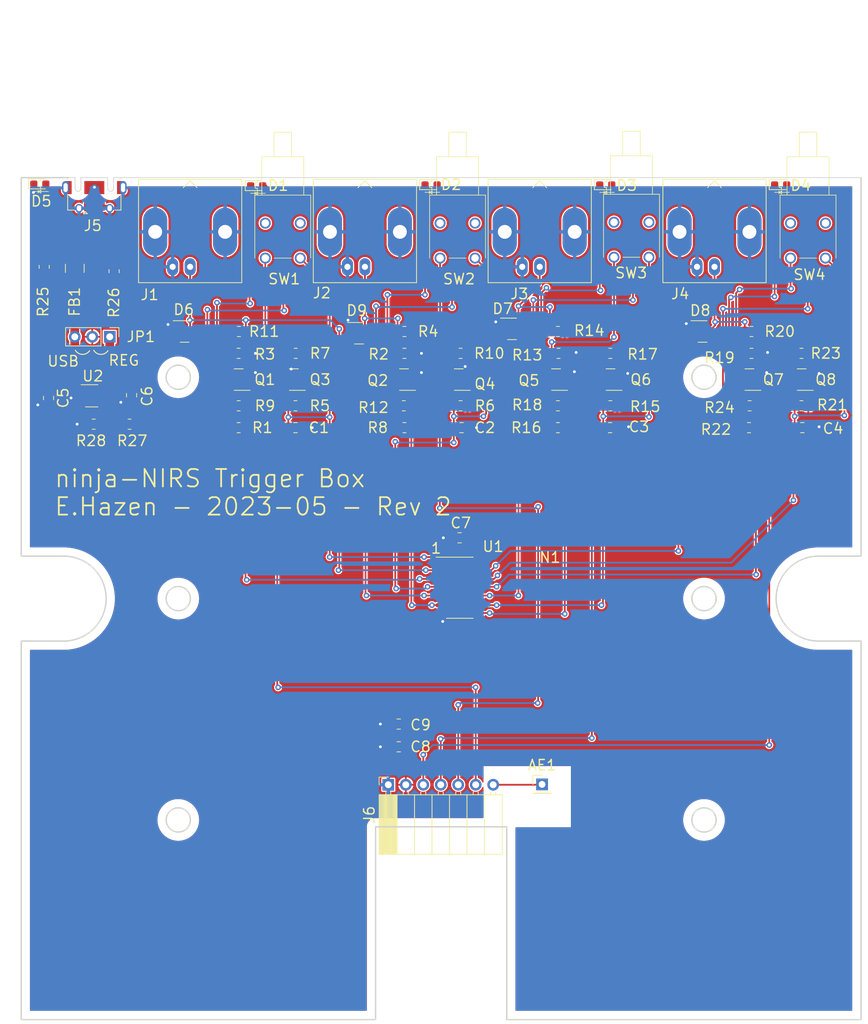
<source format=kicad_pcb>
(kicad_pcb (version 20221018) (generator pcbnew)
  (layers (0 "F.Cu" signal) (31 "B.Cu" signal) (34 "B.Paste" user) (35 "F.Paste" user) (36 "B.SilkS" user "B.Silkscreen") (37 "F.SilkS" user "F.Silkscreen") (38 "B.Mask" user) (39 "F.Mask" user) (44 "Edge.Cuts" user))
  (net 0 "")
  (net 1 "Net-(AE1-A)")
  (net 2 "Net-(C1-Pad1)")
  (net 3 "GND")
  (net 4 "Net-(C2-Pad1)")
  (net 5 "Net-(C3-Pad1)")
  (net 6 "Net-(C4-Pad1)")
  (net 7 "+5V")
  (net 8 "Net-(D1-K)")
  (net 9 "Net-(D1-A)")
  (net 10 "Net-(D2-K)")
  (net 11 "Net-(D2-A)")
  (net 12 "Net-(D3-K)")
  (net 13 "Net-(D3-A)")
  (net 14 "Net-(D4-K)")
  (net 15 "Net-(D4-A)")
  (net 16 "Net-(D5-A)")
  (net 17 "Net-(J5-VBUS)")
  (net 18 "Net-(J1-In)")
  (net 19 "Net-(J2-In)")
  (net 20 "Net-(J3-In)")
  (net 21 "Net-(J4-In)")
  (net 22 "Net-(J5-D-)")
  (net 23 "Net-(J5-D+)")
  (net 25 "/TX1")
  (net 26 "/TX2")
  (net 27 "/TX3")
  (net 28 "/TX4")
  (net 29 "Net-(Q1-B)")
  (net 30 "Net-(Q2-B)")
  (net 31 "Net-(Q3-B)")
  (net 32 "Net-(Q4-B)")
  (net 33 "Net-(Q5-B)")
  (net 34 "Net-(Q6-B)")
  (net 35 "Net-(Q7-B)")
  (net 36 "Net-(Q8-B)")
  (net 37 "Net-(R1-Pad1)")
  (net 38 "Net-(R2-Pad1)")
  (net 39 "Net-(R3-Pad1)")
  (net 40 "Net-(R13-Pad1)")
  (net 41 "Net-(R16-Pad1)")
  (net 42 "Net-(JP1-B)")
  (net 43 "Net-(JP1-A)")
  (net 44 "Net-(U2-ADJ)")
  (net 45 "Net-(R10-Pad1)")
  (net 46 "Net-(R19-Pad1)")
  (net 47 "Net-(R22-Pad1)")
  (footprint "Resistor_SMD:R_0805_2012Metric_Pad1.20x1.40mm_HandSolder" (layer "F.Cu") (at 30.393 55.3788 90)
    (fp_text reference "R25")
    (fp_text value "1k")
  )
  (footprint "E-Switch-800:800SP9B6M6RE" (layer "F.Cu") (at 65.064 51.5688)
    (fp_text reference "SW1")
    (fp_text value "SW_Push")
  )
  (footprint "Resistor_SMD:R_0805_2012Metric_Pad1.20x1.40mm_HandSolder" (layer "F.Cu") (at 140.435 75.565)
    (fp_text reference "R21")
    (fp_text value "10k")
  )
  (footprint "Resistor_SMD:R_0805_2012Metric_Pad1.20x1.40mm_HandSolder" (layer "F.Cu") (at 58.6525 78.74 180)
    (fp_text reference "R1")
    (fp_text value "10.0k 1%")
  )
  (footprint "Resistor_SMD:R_0805_2012Metric_Pad1.20x1.40mm_HandSolder" (layer "F.Cu") (at 82.745 78.74 180)
    (fp_text reference "R8")
    (fp_text value "10.0k 1%")
  )
  (footprint "Connector_PinSocket_2.54mm:PinSocket_1x07_P2.54mm_Horizontal" (layer "F.Cu") (at 80.401 130.6078 90)
    (fp_text reference "J6")
    (fp_text value "Conn_01x07")
  )
  (footprint "Resistor_SMD:R_0805_2012Metric_Pad1.20x1.40mm_HandSolder" (layer "F.Cu") (at 112.665 75.565)
    (fp_text reference "R15")
    (fp_text value "10k")
  )
  (footprint "Capacitor_SMD:C_0805_2012Metric_Pad1.18x1.45mm_HandSolder" (layer "F.Cu") (at 66.9075 78.74)
    (fp_text reference "C1")
    (fp_text value "47nF")
  )
  (footprint "Package_TO_SOT_SMD:SOT-23" (layer "F.Cu") (at 82.6825 71.755 180)
    (fp_text reference "Q2")
    (fp_text value "MMBT3904")
  )
  (footprint "Package_TO_SOT_SMD:SOT-23" (layer "F.Cu") (at 66.675 71.755 180)
    (fp_text reference "Q3")
    (fp_text value "MMBT3904")
  )
  (footprint "Resistor_SMD:R_0805_2012Metric_Pad1.20x1.40mm_HandSolder" (layer "F.Cu") (at 58.6525 67.945)
    (fp_text reference "R3")
    (fp_text value "100")
  )
  (footprint "Resistor_SMD:R_0805_2012Metric_Pad1.20x1.40mm_HandSolder" (layer "F.Cu") (at 90.905 75.565)
    (fp_text reference "R6")
    (fp_text value "10k")
  )
  (footprint "Resistor_SMD:R_0805_2012Metric_Pad1.20x1.40mm_HandSolder" (layer "F.Cu") (at 90.905 67.945)
    (fp_text reference "R10")
    (fp_text value "10.0k 1%")
  )
  (footprint "Molex-USB:USB_Micro-AB_Molex_47590-0001" (layer "F.Cu") (at 37.68 43.869 180)
    (fp_text reference "J5")
    (fp_text value "USB_B_Micro")
    (fp_line (start -3.75 1.45) (end -2.8 1.45) (stroke (width 0.1)) (layer "Edge.Cuts"))
    (fp_line (start -2.8 -0.125) (end -2.8 1.45) (stroke (width 0.1)) (layer "Edge.Cuts"))
    (fp_line (start -1.95 -0.125) (end -1.95 1.45) (stroke (width 0.1)) (layer "Edge.Cuts"))
    (fp_line (start -1.95 1.45) (end 1.95 1.45) (stroke (width 0.1)) (layer "Edge.Cuts"))
    (fp_line (start 1.95 -0.125) (end 1.95 1.45) (stroke (width 0.1)) (layer "Edge.Cuts"))
    (fp_line (start 2.8 -0.125) (end 2.8 1.45) (stroke (width 0.1)) (layer "Edge.Cuts"))
    (fp_line (start 2.8 1.45) (end 3.75 1.45) (stroke (width 0.1)) (layer "Edge.Cuts"))
    (fp_arc (start -2.8 -0.125) (mid -2.375 -0.55) (end -1.95 -0.125) (stroke (width 0.1)) (layer "Edge.Cuts"))
    (fp_arc (start 1.95 -0.125) (mid 2.375 -0.55) (end 2.8 -0.125) (stroke (width 0.1)) (layer "Edge.Cuts"))
  )
  (footprint "Resistor_SMD:R_0805_2012Metric_Pad1.20x1.40mm_HandSolder" (layer "F.Cu") (at 105.045 64.77)
    (fp_text reference "R14")
    (fp_text value "10k")
  )
  (footprint "Package_TO_SOT_SMD:SOT-23" (layer "F.Cu") (at 90.635 71.755 180)
    (fp_text reference "Q4")
    (fp_text value "MMBT3904")
  )
  (footprint "Resistor_SMD:R_0805_2012Metric_Pad1.20x1.40mm_HandSolder" (layer "F.Cu") (at 132.91 75.565 180)
    (fp_text reference "R24")
    (fp_text value "3.3k")
  )
  (footprint "Inductor_SMD:L_1210_3225Metric_Pad1.42x2.65mm_HandSolder" (layer "F.Cu") (at 34.838 55.5963 -90)
    (fp_text reference "FB1")
    (fp_text value "FerriteBead_Small")
  )
  (footprint "Capacitor_SMD:C_0805_2012Metric_Pad1.18x1.45mm_HandSolder" (layer "F.Cu") (at 81.915 121.793 180)
    (fp_text reference "C9")
    (fp_text value "0.1uF")
  )
  (footprint "BNC:BNC_Amphenol_B6252HB-NPP3G-50_Horizontal" (layer "F.Cu") (at 77.002 55.3788)
    (fp_text reference "J2")
    (fp_text value "Conn_Coaxial")
  )
  (footprint "Package_TO_SOT_SMD:SOT-23" (layer "F.Cu") (at 140.4675 71.755 180)
    (fp_text reference "Q8")
    (fp_text value "MMBT3904")
  )
  (footprint "Resistor_SMD:R_0805_2012Metric_Pad1.20x1.40mm_HandSolder" (layer "F.Cu") (at 105.045 78.74 180)
    (fp_text reference "R16")
    (fp_text value "10.0k 1%")
  )
  (footprint "E-Switch-800:800SP9B6M6RE" (layer "F.Cu") (at 90.464 51.5688)
    (fp_text reference "SW2")
    (fp_text value "SW_Push")
  )
  (footprint "Resistor_SMD:R_0805_2012Metric_Pad1.20x1.40mm_HandSolder" (layer "F.Cu") (at 40.553 56.0138 90)
    (fp_text reference "R26")
    (fp_text value "100")
  )
  (footprint "Package_TO_SOT_SMD:SOT-23" (layer "F.Cu") (at 58.6525 71.755 180)
    (fp_text reference "Q1")
    (fp_text value "MMBT3904")
  )
  (footprint "Resistor_SMD:R_0805_2012Metric_Pad1.20x1.40mm_HandSolder" (layer "F.Cu") (at 58.6525 75.565 180)
    (fp_text reference "R9")
    (fp_text value "3.3k")
  )
  (footprint "Resistor_SMD:R_0805_2012Metric_Pad1.20x1.40mm_HandSolder" (layer "F.Cu") (at 140.435 67.945)
    (fp_text reference "R23")
    (fp_text value "10.0k 1%")
  )
  (footprint "Resistor_SMD:R_0805_2012Metric_Pad1.20x1.40mm_HandSolder" (layer "F.Cu") (at 82.745 64.77)
    (fp_text reference "R4")
    (fp_text value "10k")
  )
  (footprint "Resistor_SMD:R_0805_2012Metric_Pad1.20x1.40mm_HandSolder" (layer "F.Cu") (at 105.14 67.945)
    (fp_text reference "R13")
    (fp_text value "100")
  )
  (footprint "my_LED:LED_0603_marked" (layer "F.Cu") (at 86.614 43.434)
    (fp_text reference "D2")
    (fp_text value "LED")
  )
  (footprint "my_LED:LED_0603_marked" (layer "F.Cu") (at 137.414 43.434)
    (fp_text reference "D4")
    (fp_text value "LED")
  )
  (footprint "Resistor_SMD:R_0805_2012Metric_Pad1.20x1.40mm_HandSolder" (layer "F.Cu") (at 132.815 78.74 180)
    (fp_text reference "R22")
    (fp_text value "10.0k 1%")
  )
  (footprint "E-Switch-800:800SP9B6M6RE" (layer "F.Cu") (at 115.737 51.4418)
    (fp_text reference "SW3")
    (fp_text value "SW_Push")
  )
  (footprint "Package_TO_SOT_SMD:SOT-23" (layer "F.Cu") (at 104.775 71.755 180)
    (fp_text reference "Q5")
    (fp_text value "MMBT3904")
  )
  (footprint "BNC:BNC_Amphenol_B6252HB-NPP3G-50_Horizontal" (layer "F.Cu") (at 102.402 55.3788)
    (fp_text reference "J3")
    (fp_text value "Conn_Coaxial")
  )
  (footprint "Capacitor_SMD:C_0805_2012Metric_Pad1.18x1.45mm_HandSolder" (layer "F.Cu") (at 112.6275 78.74)
    (fp_text reference "C3")
    (fp_text value "47nF")
  )
  (footprint "Resistor_SMD:R_0805_2012Metric_Pad1.20x1.40mm_HandSolder" (layer "F.Cu") (at 105.045 75.565 180)
    (fp_text reference "R18")
    (fp_text value "3.3k")
  )
  (footprint "Hammond_Box:Hammond_1598B" (layer "F.Cu") (at 88.205 103.5308 -90)
    (fp_text reference "N1")
    (fp_text value "Hammond 1598BBK")
  )
  (footprint "Resistor_SMD:R_0805_2012Metric_Pad1.20x1.40mm_HandSolder" (layer "F.Cu") (at 58.69 64.77 180)
    (fp_text reference "R11")
    (fp_text value "10k")
  )
  (footprint "Resistor_SMD:R_0805_2012Metric_Pad1.20x1.40mm_HandSolder" (layer "F.Cu") (at 37.592 78.232)
    (fp_text reference "R28")
    (fp_text value "10.0k 1%")
  )
  (footprint "BNC:BNC_Amphenol_B6252HB-NPP3G-50_Horizontal" (layer "F.Cu") (at 127.802 55.3788)
    (fp_text reference "J4")
    (fp_text value "Conn_Coaxial")
  )
  (footprint "Resistor_SMD:R_0805_2012Metric_Pad1.20x1.40mm_HandSolder" (layer "F.Cu") (at 133.18 64.77)
    (fp_text reference "R20")
    (fp_text value "10k")
  )
  (footprint "Package_TO_SOT_SMD:SOT-23" (layer "F.Cu") (at 98.3765 64.389)
    (fp_text reference "D7")
    (fp_text value "BAV99")
  )
  (footprint "Connector_PinHeader_2.54mm:PinHeader_1x03_P2.54mm_Vertical" (layer "F.Cu") (at 39.918 65.5388 -90)
    (fp_text reference "JP1")
    (fp_text value "Jumper_3_Open")
  )
  (footprint "Package_TO_SOT_SMD:SOT-23" (layer "F.Cu") (at 132.8775 71.755 180)
    (fp_text reference "Q7")
    (fp_text value "MMBT3904")
  )
  (footprint "Capacitor_SMD:C_0805_2012Metric_Pad1.18x1.45mm_HandSolder" (layer "F.Cu") (at 140.5675 78.74)
    (fp_text reference "C4")
    (fp_text value "47nF")
  )
  (footprint "Capacitor_SMD:C_0805_2012Metric_Pad1.18x1.45mm_HandSolder" (layer "F.Cu") (at 43.093 74.0263 -90)
    (fp_text reference "C6")
    (fp_text value "1uF")
  )
  (footprint "Package_TO_SOT_SMD:SOT-23-5_HandSoldering" (layer "F.Cu") (at 37.298 74.1138)
    (fp_text reference "U2")
    (fp_text value "MIC5318")
  )
  (footprint "Resistor_SMD:R_0805_2012Metric_Pad1.20x1.40mm_HandSolder" (layer "F.Cu") (at 112.665 67.945)
    (fp_text reference "R17")
    (fp_text value "10.0k 1%")
  )
  (footprint "Capacitor_SMD:C_0805_2012Metric_Pad1.18x1.45mm_HandSolder" (layer "F.Cu") (at 31.028 74.4288 -90)
    (fp_text reference "C5")
    (fp_text value "1uF")
  )
  (footprint "my_LED:LED_0603_marked" (layer "F.Cu") (at 112 43.4408)
    (fp_text reference "D3")
    (fp_text value "LED")
  )
  (footprint "Capacitor_SMD:C_0805_2012Metric_Pad1.18x1.45mm_HandSolder" (layer "F.Cu") (at 81.915 125.095 180)
    (fp_text reference "C8")
    (fp_text value "10uF")
  )
  (footprint "Package_SO:SOIC-14_3.9x8.7mm_P1.27mm" (layer "F.Cu") (at 90.783 101.9878)
    (fp_text reference "U1")
    (fp_text value "SN74HCS00")
  )
  (footprint "Resistor_SMD:R_0805_2012Metric_Pad1.20x1.40mm_HandSolder" (layer "F.Cu") (at 66.945 67.945)
    (fp_text reference "R7")
    (fp_text value "10.0k 1%")
  )
  (footprint "Connector_PinHeader_2.54mm:PinHeader_1x01_P2.54mm_Vertical" (layer "F.Cu") (at 102.743 130.556)
    (fp_text reference "AE1")
    (fp_text value "Antenna")
  )
  (footprint "Package_TO_SOT_SMD:SOT-23" (layer "F.Cu") (at 112.6975 71.755 180)
    (fp_text reference "Q6")
    (fp_text value "MMBT3904")
  )
  (footprint "E-Switch-800:800SP9B6M6RE" (layer "F.Cu") (at 141.391 51.5688)
    (fp_text reference "SW4")
    (fp_text value "SW_Push")
  )
  (footprint "Package_TO_SOT_SMD:SOT-23" (layer "F.Cu") (at 76.1515 65.024)
    (fp_text reference "D9")
    (fp_text value "BAV99")
  )
  (footprint "Package_TO_SOT_SMD:SOT-23" (layer "F.Cu") (at 50.8 64.77)
    (fp_text reference "D6")
    (fp_text value "BAV99")
  )
  (footprint "Resistor_SMD:R_0805_2012Metric_Pad1.20x1.40mm_HandSolder" (layer "F.Cu") (at 82.65 75.565 180)
    (fp_text reference "R12")
    (fp_text value "3.3k")
  )
  (footprint "Resistor_SMD:R_0805_2012Metric_Pad1.20x1.40mm_HandSolder" (layer "F.Cu") (at 133.18 67.945)
    (fp_text reference "R19")
    (fp_text value "100")
  )
  (footprint "Resistor_SMD:R_0805_2012Metric_Pad1.20x1.40mm_HandSolder" (layer "F.Cu") (at 66.9075 75.565)
    (fp_text reference "R5")
    (fp_text value "10k")
  )
  (footprint "my_LED:LED_0603_marked" (layer "F.Cu") (at 29.758 43.3138)
    (fp_text reference "D5")
    (fp_text value "LED")
  )
  (footprint "BNC:BNC_Amphenol_B6252HB-NPP3G-50_Horizontal" (layer "F.Cu") (at 51.602 55.3788)
    (fp_text reference "J1")
    (fp_text value "Conn_Coaxial")
  )
  (footprint "Capacitor_SMD:C_0805_2012Metric_Pad1.18x1.45mm_HandSolder" (layer "F.Cu") (at 90.763 94.7388 180)
    (fp_text reference "C7")
    (fp_text value "0.1uF")
  )
  (footprint "my_LED:LED_0603_marked" (layer "F.Cu") (at 61.268 43.5678)
    (fp_text reference "D1")
    (fp_text value "LED")
  )
  (footprint "Capacitor_SMD:C_0805_2012Metric_Pad1.18x1.45mm_HandSolder" (layer "F.Cu") (at 91.0375 78.74)
    (fp_text reference "C2")
    (fp_text value "47nF")
  )
  (footprint "Resistor_SMD:R_0805_2012Metric_Pad1.20x1.40mm_HandSolder" (layer "F.Cu") (at 82.745 67.945)
    (fp_text reference "R2")
    (fp_text value "100")
  )
  (footprint "Package_TO_SOT_SMD:SOT-23" (layer "F.Cu") (at 126.0625 64.77)
    (fp_text reference "D8")
    (fp_text value "BAV99")
  )
  (footprint "Resistor_SMD:R_0805_2012Metric_Pad1.20x1.40mm_HandSolder" (layer "F.Cu") (at 42.799 78.232)
    (fp_text reference "R27")
    (fp_text value "24.0k 1%")
  )
  (gr_arc (start 39.666793 67.555698) (mid 38.613251 68.097035) (end 37.592001 67.496999) (stroke (width 0.15)) (layer "F.SilkS"))
  (gr_arc (start 36.994542 67.555698) (mid 35.941 68.097035) (end 34.91975 67.496999) (stroke (width 0.15)) (layer "F.SilkS"))
  (gr_line (start 27.058 164.719) (end 27.058 109.739) (stroke (width 0.2)) (layer "Edge.Cuts"))
  (gr_line (start 97.608 136.719) (end 78.548 136.719) (stroke (width 0.2)) (layer "Edge.Cuts"))
  (gr_circle (center 49.878 135.719) (end 49.878 133.959) (stroke (width 0.2)) (fill none) (layer "Edge.Cuts"))
  (gr_arc (start 33.228 97.399) (mid 39.398 103.569001) (end 33.227999 109.739) (stroke (width 0.2)) (layer "Edge.Cuts"))
  (gr_circle (center 49.878 71.419) (end 49.878 69.659) (stroke (width 0.2)) (fill none) (layer "Edge.Cuts"))
  (gr_line (start 27.058 97.399) (end 27.058 42.419) (stroke (width 0.2)) (layer "Edge.Cuts"))
  (gr_line (start 149.098 164.719) (end 97.608 164.719) (stroke (width 0.2)) (layer "Edge.Cuts"))
  (gr_line (start 41.43 42.419) (end 149.098 42.419) (stroke (width 0.1)) (layer "Edge.Cuts"))
  (gr_circle (center 126.278 71.419) (end 126.278 69.659) (stroke (width 0.2)) (fill none) (layer "Edge.Cuts"))
  (gr_line (start 78.548 164.719) (end 27.058 164.719) (stroke (width 0.2)) (layer "Edge.Cuts"))
  (gr_line (start 149.098 97.399) (end 149.098 42.419) (stroke (width 0.2)) (layer "Edge.Cuts"))
  (gr_line (start 27.058 97.399) (end 33.228 97.399) (stroke (width 0.2)) (layer "Edge.Cuts"))
  (gr_line (start 149.098 164.719) (end 149.098 109.739) (stroke (width 0.2)) (layer "Edge.Cuts"))
  (gr_line (start 27.058 109.739) (end 33.228 109.739) (stroke (width 0.2)) (layer "Edge.Cuts"))
  (gr_arc (start 142.928001 109.739) (mid 136.758 103.569) (end 142.928 97.399) (stroke (width 0.2)) (layer "Edge.Cuts"))
  (gr_line (start 149.098 109.739) (end 142.928 109.739) (stroke (width 0.2)) (layer "Edge.Cuts"))
  (gr_circle (center 49.878 103.569) (end 49.878 101.809) (stroke (width 0.2)) (fill none) (layer "Edge.Cuts"))
  (gr_line (start 27.058 42.419) (end 33.93 42.419) (stroke (width 0.2)) (layer "Edge.Cuts"))
  (gr_line (start 78.548 164.719) (end 78.548 136.719) (stroke (width 0.2)) (layer "Edge.Cuts"))
  (gr_circle (center 126.278 103.569) (end 126.278 101.809) (stroke (width 0.2)) (fill none) (layer "Edge.Cuts"))
  (gr_line (start 149.098 97.399) (end 142.928 97.399) (stroke (width 0.2)) (layer "Edge.Cuts"))
  (gr_circle (center 126.278 135.719) (end 126.278 133.959) (stroke (width 0.2)) (fill none) (layer "Edge.Cuts"))
  (gr_line (start 97.608 164.719) (end 97.608 136.719) (stroke (width 0.2)) (layer "Edge.Cuts"))
  (gr_text "REG" (at 39.624 69.85) (layer "F.SilkS") (effects (font (size 1.524 1.524) (thickness 0.2032)) (justify left bottom)))
  (gr_text "1" (at 86.487 97.155) (layer "F.SilkS") (effects (font (size 1.524 1.524) (thickness 0.2032)) (justify left bottom)))
  (gr_text "ninja-NIRS Trigger Box\nE.Hazen - 2023-05 - Rev 2\n" (at 31.75 91.694) (layer "F.SilkS") (effects (font (size 2.54 2.54) (thickness 0.254)) (justify left bottom)))
  (gr_text "USB" (at 30.734 69.977) (layer "F.SilkS") (effects (font (size 1.524 1.524) (thickness 0.2032)) (justify left bottom)))
  (segment (start 95.641 130.6078) (end 102.6912 130.6078) (width 0.254) (layer "F.Cu") (net 1))
  (segment (start 102.6912 130.6078) (end 102.743 130.556) (width 0.254) (layer "F.Cu") (net 1))
  (segment (start 71.882 77.216) (end 71.882 58.3868) (width 0.254) (layer "F.Cu") (net 2))
  (segment (start 85.598 97.536) (end 87.6662 97.536) (width 0.254) (layer "F.Cu") (net 2))
  (segment (start 87.6662 97.536) (end 88.308 98.1778) (width 0.254) (layer "F.Cu") (net 2))
  (segment (start 65.87 75.6025) (end 65.9075 75.565) (width 0.254) (layer "F.Cu") (net 2))
  (segment (start 65.87 78.74) (end 65.87 75.6025) (width 0.254) (layer "F.Cu") (net 2))
  (segment (start 71.882 58.3868) (end 67.604 54.1088) (width 0.254) (layer "F.Cu") (net 2))
  (segment (start 71.882 77.216) (end 71.882 97.536) (width 0.254) (layer "F.Cu") (net 2))
  (via (at 71.882 77.216) (size 0.8128) (drill 0.4064) (layers "F.Cu" "B.Cu") (net 2))
  (via (at 85.598 97.536) (size 0.8128) (drill 0.4064) (layers "F.Cu" "B.Cu") (net 2))
  (via (at 71.882 97.536) (size 0.8128) (drill 0.4064) (layers "F.Cu" "B.Cu") (net 2))
  (via (at 65.87 77.216) (size 0.8128) (drill 0.4064) (layers "F.Cu" "B.Cu") (net 2))
  (segment (start 71.882 97.536) (end 85.598 97.536) (width 0.254) (layer "B.Cu") (net 2))
  (segment (start 65.87 77.216) (end 71.882 77.216) (width 0.254) (layer "B.Cu") (net 2))
  (segment (start 83.745 67.945) (end 85.217 67.945) (width 0.254) (layer "F.Cu") (net 3))
  (segment (start 61.021 70.805) (end 61.087 70.739) (width 0.254) (layer "F.Cu") (net 3))
  (segment (start 141.605 78.74) (end 142.875 78.74) (width 0.254) (layer "F.Cu") (net 3))
  (segment (start 123.891 63.82) (end 123.698 63.627) (width 0.254) (layer "F.Cu") (net 3))
  (segment (start 59.6525 67.945) (end 61.087 67.945) (width 0.254) (layer "F.Cu") (net 3))
  (segment (start 85.151 70.805) (end 85.217 70.739) (width 0.254) (layer "F.Cu") (net 3))
  (segment (start 105.9055 70.612) (end 107.442 70.612) (width 0.254) (layer "F.Cu") (net 3))
  (segment (start 125.125 63.82) (end 123.891 63.82) (width 0.254) (layer "F.Cu") (net 3))
  (segment (start 88.308 105.7978) (end 88.308 106.891) (width 0.254) (layer "F.Cu") (net 3))
  (segment (start 48.453 63.82) (end 48.387 63.754) (width 0.254) (layer "F.Cu") (net 3))
  (segment (start 43.093 75.0638) (end 41.5358 75.0638) (width 0.635) (layer "F.Cu") (net 3))
  (segment (start 106.14 67.945) (end 107.569 67.945) (width 0.254) (layer "F.Cu") (net 3))
  (segment (start 115.128 70.805) (end 115.189 70.866) (width 0.254) (layer "F.Cu") (net 3))
  (segment (start 28.883 44.523) (end 28.829 44.577) (width 0.254) (layer "F.Cu") (net 3))
  (segment (start 36.592 78.232) (end 35.179 78.232) (width 0.254) (layer "F.Cu") (net 3))
  (segment (start 135.382 67.945) (end 135.509 67.818) (width 0.254) (layer "F.Cu") (net 3))
  (segment (start 134.18 67.945) (end 135.382 67.945) (width 0.254) (layer "F.Cu") (net 3))
  (segment (start 142.875 78.74) (end 143.002 78.613) (width 0.254) (layer "F.Cu") (net 3))
  (segment (start 83.62 70.805) (end 85.151 70.805) (width 0.254) (layer "F.Cu") (net 3))
  (segment (start 113.635 70.805) (end 115.128 70.805) (width 0.254) (layer "F.Cu") (net 3))
  (segment (start 80.8775 121.793) (end 79.248 121.793) (width 0.254) (layer "F.Cu") (net 3))
  (segment (start 28.883 43.3138) (end 28.883 44.523) (width 0.254) (layer "F.Cu") (net 3))
  (segment (start 35.948 74.1138) (end 34.5982 74.1138) (width 0.635) (layer "F.Cu") (net 3))
  (segment (start 29.4923 75.4663) (end 29.464 75.438) (width 0.635) (layer "F.Cu") (net 3))
  (segment (start 92.075 78.74) (end 93.218 78.74) (width 0.254) (layer "F.Cu") (net 3))
  (segment (start 96.078 63.439) (end 96.012 63.373) (width 0.254) (layer "F.Cu") (net 3))
  (segment (start 133.815 70.805) (end 135.316 70.805) (width 0.254) (layer "F.Cu") (net 3))
  (segment (start 67.6125 70.805) (end 66.868 70.805) (width 0.254) (layer "F.Cu") (net 3))
  (segment (start 113.665 78.74) (end 115.189 78.74) (width 0.254) (layer "F.Cu") (net 3))
  (segment (start 75.214 63.784) (end 74.549 63.119) (width 0.254) (layer "F.Cu") (net 3))
  (segment (start 49.8625 63.82) (end 48.453 63.82) (width 0.254) (layer "F.Cu") (net 3))
  (segment (start 59.59 70.805) (end 61.021 70.805) (width 0.254) (layer "F.Cu") (net 3))
  (segment (start 105.7125 70.805) (end 105.9055 70.612) (width 0.254) (layer "F.Cu") (net 3))
  (segment (start 97.439 63.439) (end 96.078 63.439) (width 0.254) (layer "F.Cu") (net 3))
  (segment (start 142.941 70.805) (end 143.002 70.866) (width 0.254) (layer "F.Cu") (net 3))
  (segment (start 135.316 70.805) (end 135.382 70.739) (width 0.254) (layer "F.Cu") (net 3))
  (segment (start 75.214 64.074) (end 75.214 63.784) (width 0.254) (layer "F.Cu") (net 3))
  (segment (start 41.5358 75.0638) (end 41.529 75.057) (width 0.635) (layer "F.Cu") (net 3))
  (segment (start 115.189 78.74) (end 115.316 78.613) (width 0.254) (layer "F.Cu") (net 3))
  (segment (start 141.405 70.805) (end 142.941 70.805) (width 0.254) (layer "F.Cu") (net 3))
  (segment (start 67.945 78.74) (end 69.342 78.74) (width 0.254) (layer "F.Cu") (net 3))
  (segment (start 89.7255 94.7388) (end 88.3952 94.7388) (width 0.254) (layer "F.Cu") (net 3))
  (segment (start 91.5725 70.805) (end 91.5725 69.8555) (width 0.254) (layer "F.Cu") (net 3))
  (segment (start 38.993 46.49) (end 39.593 46.49) (width 0.254) (layer "F.Cu") (net 3))
  (segment (start 34.5982 74.1138) (end 34.29 74.422) (width 0.635) (layer "F.Cu") (net 3))
  (segment (start 31.028 75.4663) (end 29.4923 75.4663) (width 0.635) (layer "F.Cu") (net 3))
  (segment (start 39.593 46.49) (end 39.918 46.815) (width 0.254) (layer "F.Cu") (net 3))
  (segment (start 66.868 70.805) (end 66.294 70.231) (width 0.254) (layer "F.Cu") (net 3))
  (segment (start 80.8775 125.095) (end 79.248 125.095) (width 0.254) (layer "F.Cu") (net 3))
  (segment (start 107.569 67.945) (end 107.696 67.818) (width 0.254) (layer "F.Cu") (net 3))
  (via (at 115.316 78.613) (size 0.8128) (drill 0.4064) (layers "F.Cu" "B.Cu") (net 3))
  (via (at 135.509 67.818) (size 0.8128) (drill 0.4064) (layers "F.Cu" "B.Cu") (net 3))
  (via (at 69.342 78.74) (size 0.8128) (drill 0.4064) (layers "F.Cu" "B.Cu") (net 3))
  (via (at 85.217 70.739) (size 0.8128) (drill 0.4064) (layers "F.Cu" "B.Cu") (net 3))
  (via (at 93.218 78.74) (size 0.8128) (drill 0.4064) (layers "F.Cu" "B.Cu") (net 3))
  (via (at 34.29 74.422) (size 0.8128) (drill 0.4064) (layers "F.Cu" "B.Cu") (net 3))
  (via (at 143.002 70.866) (size 0.8128) (drill 0.4064) (layers "F.Cu" "B.Cu") (net 3))
  (via (at 48.387 63.754) (size 0.8128) (drill 0.4064) (layers "F.Cu" "B.Cu") (net 3))
  (via (at 107.696 67.818) (size 0.8128) (drill 0.4064) (layers "F.Cu" "B.Cu") (net 3))
  (via (at 79.248 121.793) (size 0.8128) (drill 0.4064) (layers "F.Cu" "B.Cu") (net 3))
  (via (at 88.308 106.891) (size 0.8128) (drill 0.4064) (layers "F.Cu" "B.Cu") (net 3))
  (via (at 79.248 125.095) (size 0.8128) (drill 0.4064) (layers "F.Cu" "B.Cu") (net 3))
  (via (at 37.693 43.815) (size 0.8128) (drill 0.4064) (layers "F.Cu" "B.Cu") (net 3))
  (via (at 91.5725 69.8555) (size 0.8128) (drill 0.4064) (layers "F.Cu" "B.Cu") (net 3))
  (via (at 115.189 70.866) (size 0.8128) (drill 0.4064) (layers "F.Cu" "B.Cu") (net 3))
  (via (at 41.529 75.057) (size 0.8128) (drill 0.4064) (layers "F.Cu" "B.Cu") (net 3))
  (via (at 123.698 63.627) (size 0.8128) (drill 0.4064) (layers "F.Cu" "B.Cu") (net 3))
  (via (at 61.087 70.739) (size 0.8128) (drill 0.4064) (layers "F.Cu" "B.Cu") (net 3))
  (via (at 85.217 67.945) (size 0.8128) (drill 0.4064) (layers "F.Cu" "B.Cu") (net 3))
  (via (at 135.382 70.739) (size 0.8128) (drill 0.4064) (layers "F.Cu" "B.Cu") (net 3))
  (via (at 88.3952 94.7388) (size 0.8128) (drill 0.4064) (layers "F.Cu" "B.Cu") (net 3))
  (via (at 28.829 44.577) (size 0.8128) (drill 0.4064) (layers "F.Cu" "B.Cu") (net 3))
  (via (at 35.179 78.232) (size 0.8128) (drill 0.4064) (layers "F.Cu" "B.Cu") (net 3))
  (via (at 74.549 63.119) (size 0.8128) (drill 0.4064) (layers "F.Cu" "B.Cu") (net 3))
  (via (at 29.464 75.438) (size 0.8128) (drill 0.4064) (layers "F.Cu" "B.Cu") (net 3))
  (via (at 107.442 70.612) (size 0.8128) (drill 0.4064) (layers "F.Cu" "B.Cu") (net 3))
  (via (at 66.294 70.231) (size 0.8128) (drill 0.4064) (layers "F.Cu" "B.Cu") (net 3))
  (via (at 143.002 78.613) (size 0.8128) (drill 0.4064) (layers "F.Cu" "B.Cu") (net 3))
  (via (at 61.087 67.945) (size 0.8128) (drill 0.4064) (layers "F.Cu" "B.Cu") (net 3))
  (via (at 96.012 63.373) (size 0.8128) (drill 0.4064) (layers "F.Cu" "B.Cu") (net 3))
  (segment (start 93.004 54.1088) (end 94.615 55.7198) (width 0.254) (layer "F.Cu") (net 4))
  (segment (start 89.916 78.824) (end 89.916 80.899) (width 0.254) (layer "F.Cu") (net 4))
  (segment (start 89.916 77.089) (end 89.916 78.656) (width 0.254) (layer "F.Cu") (net 4))
  (segment (start 94.615 76.708) (end 94.361 76.962) (width 0.254) (layer "F.Cu") (net 4))
  (segment (start 88.1742 101.854) (end 88.308 101.9878) (width 0.254) (layer "F.Cu") (net 4))
  (segment (start 94.361 76.962) (end 94.234 77.089) (width 0.254) (layer "F.Cu") (net 4))
  (segment (start 89.916 77.089) (end 89.916 75.576) (width 0.254) (layer "F.Cu") (net 4))
  (segment (start 94.615 55.7198) (end 94.615 76.708) (width 0.254) (layer "F.Cu") (net 4))
  (segment (start 81.407 101.981) (end 81.534 102.108) (width 0.254) (layer "F.Cu") (net 4))
  (segment (start 89.916 78.656) (end 90 78.74) (width 0.254) (layer "F.Cu") (net 4))
  (segment (start 81.407 80.772) (end 81.407 101.981) (width 0.254) (layer "F.Cu") (net 4))
  (segment (start 90 78.74) (end 89.916 78.824) (width 0.254) (layer "F.Cu") (net 4))
  (segment (start 86.106 101.854) (end 88.1742 101.854) (width 0.254) (layer "F.Cu") (net 4))
  (segment (start 89.916 75.576) (end 89.905 75.565) (width 0.254) (layer "F.Cu") (net 4))
  (via (at 89.916 80.899) (size 0.8128) (drill 0.4064) (layers "F.Cu" "B.Cu") (net 4))
  (via (at 81.407 80.772) (size 0.8128) (drill 0.4064) (layers "F.Cu" "B.Cu") (net 4))
  (via (at 86.106 101.854) (size 0.8128) (drill 0.4064) (layers "F.Cu" "B.Cu") (net 4))
  (via (at 89.916 77.089) (size 0.8128) (drill 0.4064) (layers "F.Cu" "B.Cu") (net 4))
  (via (at 94.234 77.089) (size 0.8128) (drill 0.4064) (layers "F.Cu" "B.Cu") (net 4))
  (via (at 81.534 102.108) (size 0.8128) (drill 0.4064) (layers "F.Cu" "B.Cu") (net 4))
  (segment (start 81.534 102.108) (end 85.852 102.108) (width 0.254) (layer "B.Cu") (net 4))
  (segment (start 89.916 80.899) (end 81.534 80.899) (width 0.254) (layer "B.Cu") (net 4))
  (segment (start 81.534 80.899) (end 81.407 80.772) (width 0.254) (layer "B.Cu") (net 4))
  (segment (start 85.852 102.108) (end 86.106 101.854) (width 0.254) (layer "B.Cu") (net 4))
  (segment (start 94.234 77.089) (end 89.916 77.089) (width 0.254) (layer "B.Cu") (net 4))
  (segment (start 111.633 75.597) (end 111.665 75.565) (width 0.254) (layer "F.Cu") (net 5))
  (segment (start 93.2648 104.521) (end 93.258 104.5278) (width 0.254) (layer "F.Cu") (net 5))
  (segment (start 111.59 78.74) (end 111.59 104.31) (width 0.254) (layer "F.Cu") (net 5))
  (segment (start 111.633 78.697) (end 111.59 78.74) (width 0.254) (layer "F.Cu") (net 5))
  (segment (start 118.277 53.9818) (end 118.277 77.176) (width 0.254) (layer "F.Cu") (net 5))
  (segment (start 111.59 104.31) (end 111.379 104.521) (width 0.254) (layer "F.Cu") (net 5))
  (segment (start 96.139 104.521) (end 93.2648 104.521) (width 0.254) (layer "F.Cu") (net 5))
  (segment (start 111.633 77.089) (end 111.633 75.597) (width 0.254) (layer "F.Cu") (net 5))
  (segment (start 111.633 77.089) (end 111.633 78.697) (width 0.254) (layer "F.Cu") (net 5))
  (via (at 111.633 77.089) (size 0.8128) (drill 0.4064) (layers "F.Cu" "B.Cu") (net 5))
  (via (at 96.139 104.521) (size 0.8128) (drill 0.4064) (layers "F.Cu" "B.Cu") (net 5))
  (via (at 111.379 104.521) (size 0.8128) (drill 0.4064) (layers "F.Cu" "B.Cu") (net 5))
  (via (at 118.277 77.176) (size 0.8128) (drill 0.4064) (layers "F.Cu" "B.Cu") (net 5))
  (segment (start 111.379 104.521) (end 96.139 104.521) (width 0.254) (layer "B.Cu") (net 5))
  (segment (start 118.277 77.176) (end 118.19 77.089) (width 0.254) (layer "B.Cu") (net 5))
  (segment (start 118.19 77.089) (end 111.633 77.089) (width 0.254) (layer "B.Cu") (net 5))
  (segment (start 139.275236 89.281) (end 139.275236 78.994764) (width 0.254) (layer "F.Cu") (net 6))
  (segment (start 93.258 100.7178) (end 95.7512 100.7178) (width 0.254) (layer "F.Cu") (net 6))
  (segment (start 95.7512 100.7178) (end 96.266 100.203) (width 0.254) (layer "F.Cu") (net 6))
  (segment (start 139.446 77.089) (end 139.446 75.576) (width 0.254) (layer "F.Cu") (net 6))
  (segment (start 139.275236 78.994764) (end 139.53 78.74) (width 0.254) (layer "F.Cu") (net 6))
  (segment (start 146.685 56.8628) (end 146.685 76.962) (width 0.254) (layer "F.Cu") (net 6))
  (segment (start 139.446 78.656) (end 139.53 78.74) (width 0.254) (layer "F.Cu") (net 6))
  (segment (start 139.446 77.089) (end 139.446 78.656) (width 0.254) (layer "F.Cu") (net 6))
  (segment (start 139.446 75.576) (end 139.435 75.565) (width 0.254) (layer "F.Cu") (net 6))
  (segment (start 143.931 54.1088) (end 146.685 56.8628) (width 0.254) (layer "F.Cu") (net 6))
  (via (at 139.446 77.089) (size 0.8128) (drill 0.4064) (layers "F.Cu" "B.Cu") (net 6))
  (via (at 139.275236 89.281) (size 0.8128) (drill 0.4064) (layers "F.Cu" "B.Cu") (net 6))
  (via (at 96.266 100.203) (size 0.8128) (drill 0.4064) (layers "F.Cu" "B.Cu") (net 6))
  (via (at 146.685 76.962) (size 0.8128) (drill 0.4064) (layers "F.Cu" "B.Cu") (net 6))
  (segment (start 146.685 76.962) (end 139.573 76.962) (width 0.254) (layer "B.Cu") (net 6))
  (segment (start 139.275236 89.281) (end 133.858 94.698236) (width 0.254) (layer "B.Cu") (net 6))
  (segment (start 133.858 94.742) (end 130.251824 98.348176) (width 0.254) (layer "B.Cu") (net 6))
  (segment (start 133.858 94.698236) (end 133.858 94.742) (width 0.254) (layer "B.Cu") (net 6))
  (segment (start 139.573 76.962) (end 139.446 77.089) (width 0.254) (layer "B.Cu") (net 6))
  (segment (start 98.120824 98.348176) (end 96.266 100.203) (width 0.254) (layer "B.Cu") (net 6))
  (segment (start 130.251824 98.348176) (end 98.120824 98.348176) (width 0.254) (layer "B.Cu") (net 6))
  (segment (start 59.6525 75.565) (end 61.0113 75.565) (width 0.254) (layer "F.Cu") (net 7))
  (segment (start 60.238 43.4408) (end 60.238 60.619) (width 0.254) (layer "F.Cu") (net 8))
  (segment (start 55.499 60.579) (end 55.499 69.539) (width 0.254) (layer "F.Cu") (net 8))
  (segment (start 60.238 60.619) (end 60.325 60.706) (width 0.254) (layer "F.Cu") (net 8))
  (segment (start 55.499 69.539) (end 57.715 71.755) (width 0.254) (layer "F.Cu") (net 8))
  (via (at 60.325 60.706) (size 0.8128) (drill 0.4064) (layers "F.Cu" "B.Cu") (net 8))
  (via (at 55.499 60.579) (size 0.8128) (drill 0.4064) (layers "F.Cu" "B.Cu") (net 8))
  (segment (start 60.325 60.706) (end 55.626 60.706) (width 0.254) (layer "B.Cu") (net 8))
  (segment (start 55.626 60.706) (end 55.499 60.579) (width 0.254) (layer "B.Cu") (net 8))
  (segment (start 65.151 61.595) (end 65.278 61.722) (width 0.254) (layer "F.Cu") (net 9))
  (segment (start 56.134 75.565) (end 57.6525 75.565) (width 0.254) (layer "F.Cu") (net 9))
  (segment (start 62.143 43.5678) (end 62.6178 43.5678) (width 0.254) (layer "F.Cu") (net 9))
  (segment (start 54.102 73.533) (end 56.134 75.565) (width 0.254) (layer "F.Cu") (net 9))
  (segment (start 54.102 61.595) (end 54.102 73.533) (width 0.254) (layer "F.Cu") (net 9))
  (segment (start 62.6178 43.5678) (end 65.151 46.101) (width 0.254) (layer "F.Cu") (net 9))
  (segment (start 65.151 46.101) (end 65.151 61.595) (width 0.254) (layer "F.Cu") (net 9))
  (via (at 54.102 61.595) (size 0.8128) (drill 0.4064) (layers "F.Cu" "B.Cu") (net 9))
  (via (at 65.278 61.722) (size 0.8128) (drill 0.4064) (layers "F.Cu" "B.Cu") (net 9))
  (segment (start 54.229 61.722) (end 54.102 61.595) (width 0.254) (layer "B.Cu") (net 9))
  (segment (start 65.278 61.722) (end 54.229 61.722) (width 0.254) (layer "B.Cu") (net 9))
  (segment (start 85.739 59.422) (end 85.725 59.436) (width 0.254) (layer "F.Cu") (net 10))
  (segment (start 80.264 59.436) (end 80.264 70.274) (width 0.254) (layer "F.Cu") (net 10))
  (segment (start 85.739 43.434) (end 85.739 59.422) (width 0.254) (layer "F.Cu") (net 10))
  (segment (start 80.264 70.274) (end 81.745 71.755) (width 0.254) (layer "F.Cu") (net 10))
  (via (at 80.264 59.436) (size 0.8128) (drill 0.4064) (layers "F.Cu" "B.Cu") (net 10))
  (via (at 85.725 59.436) (size 0.8128) (drill 0.4064) (layers "F.Cu" "B.Cu") (net 10))
  (segment (start 85.725 59.436) (end 80.264 59.436) (width 0.254) (layer "B.Cu") (net 10))
  (segment (start 87.489 43.434) (end 89.662 45.607) (width 0.254) (layer "F.Cu") (net 11))
  (segment (start 78.613 73.533) (end 80.645 75.565) (width 0.254) (layer "F.Cu") (net 11))
  (segment (start 89.662 45.607) (end 89.662 61.214) (width 0.254) (layer "F.Cu") (net 11))
  (segment (start 80.645 75.565) (end 81.65 75.565) (width 0.254) (layer "F.Cu") (net 11))
  (segment (start 78.613 61.087) (end 78.613 73.533) (width 0.254) (layer "F.Cu") (net 11))
  (via (at 89.662 61.214) (size 0.8128) (drill 0.4064) (layers "F.Cu" "B.Cu") (net 11))
  (via (at 78.613 61.087) (size 0.8128) (drill 0.4064) (layers "F.Cu" "B.Cu") (net 11))
  (segment (start 89.662 61.214) (end 78.74 61.214) (width 0.254) (layer "B.Cu") (net 11))
  (segment (start 78.74 61.214) (end 78.613 61.087) (width 0.254) (layer "B.Cu") (net 11))
  (segment (start 102.616 70.5335) (end 103.8375 71.755) (width 0.254) (layer "F.Cu") (net 12))
  (segment (start 103.378 58.42) (end 102.616 59.182) (width 0.254) (layer "F.Cu") (net 12))
  (segment (start 102.616 59.182) (end 102.616 70.5335) (width 0.254) (layer "F.Cu") (net 12))
  (segment (start 111.125 58.674) (end 111.252 58.801) (width 0.254) (layer "F.Cu") (net 12))
  (segment (start 111.125 43.4408) (end 111.125 58.674) (width 0.254) (layer "F.Cu") (net 12))
  (via (at 103.378 58.42) (size 0.8128) (drill 0.4064) (layers "F.Cu" "B.Cu") (net 12))
  (via (at 111.252 58.801) (size 0.8128) (drill 0.4064) (layers "F.Cu" "B.Cu") (net 12))
  (segment (start 111.252 58.801) (end 103.759 58.801) (width 0.254) (layer "B.Cu") (net 12))
  (segment (start 103.759 58.801) (end 103.378 58.42) (width 0.254) (layer "B.Cu") (net 12))
  (segment (start 112.875 43.4408) (end 112.9098 43.4408) (width 0.254) (layer "F.Cu") (net 13))
  (segment (start 112.9098 43.4408) (end 115.951 46.482) (width 0.254) (layer "F.Cu") (net 13))
  (segment (start 104.045 75.565) (end 101.854 75.565) (width 0.254) (layer "F.Cu") (net 13))
  (segment (start 115.951 46.482) (end 115.951 60.198) (width 0.254) (layer "F.Cu") (net 13))
  (segment (start 101.473 60.198) (end 101.473 75.184) (width 0.254) (layer "F.Cu") (net 13))
  (segment (start 101.473 75.184) (end 101.854 75.565) (width 0.254) (layer "F.Cu") (net 13))
  (via (at 101.473 60.198) (size 0.8128) (drill 0.4064) (layers "F.Cu" "B.Cu") (net 13))
  (via (at 115.951 60.198) (size 0.8128) (drill 0.4064) (layers "F.Cu" "B.Cu") (net 13))
  (segment (start 115.951 60.198) (end 101.473 60.198) (width 0.254) (layer "B.Cu") (net 13))
  (segment (start 129.921 60.071) (end 129.921 69.736) (width 0.254) (layer "F.Cu") (net 14))
  (segment (start 130.175 59.817) (end 129.921 60.071) (width 0.254) (layer "F.Cu") (net 14))
  (segment (start 136.539 43.434) (end 136.539 59.676) (width 0.254) (layer "F.Cu") (net 14))
  (segment (start 136.539 59.676) (end 136.525 59.69) (width 0.254) (layer "F.Cu") (net 14))
  (segment (start 129.921 69.736) (end 131.94 71.755) (width 0.254) (layer "F.Cu") (net 14))
  (via (at 130.175 59.817) (size 0.8128) (drill 0.4064) (layers "F.Cu" "B.Cu") (net 14))
  (via (at 136.525 59.69) (size 0.8128) (drill 0.4064) (layers "F.Cu" "B.Cu") (net 14))
  (segment (start 130.302 59.69) (end 136.525 59.69) (width 0.254) (layer "B.Cu") (net 14))
  (segment (start 130.175 59.817) (end 130.302 59.69) (width 0.254) (layer "B.Cu") (net 14))
  (segment (start 129.032 61.468) (end 129.032 73.279) (width 0.254) (layer "F.Cu") (net 15))
  (segment (start 131.318 75.565) (end 131.91 75.565) (width 0.254) (layer "F.Cu") (net 15))
  (segment (start 138.289 43.434) (end 141.351 46.496) (width 0.254) (layer "F.Cu") (net 15))
  (segment (start 129.032 73.279) (end 131.318 75.565) (width 0.254) (layer "F.Cu") (net 15))
  (segment (start 141.351 46.496) (end 141.351 61.468) (width 0.254) (layer "F.Cu") (net 15))
  (via (at 129.032 61.468) (size 0.8128) (drill 0.4064) (layers "F.Cu" "B.Cu") (net 15))
  (via (at 141.351 61.468) (size 0.8128) (drill 0.4064) (layers "F.Cu" "B.Cu") (net 15))
  (segment (start 141.351 61.468) (end 129.032 61.468) (width 0.254) (layer "B.Cu") (net 15))
  (segment (start 30.633 54.1388) (end 30.393 54.3788) (width 0.254) (layer "F.Cu") (net 16))
  (segment (start 30.633 43.3138) (end 30.633 54.1388) (width 0.254) (layer "F.Cu") (net 16))
  (segment (start 35.8934 49.4506) (end 36.022135 49.4506) (width 0.635) (layer "F.Cu") (net 17))
  (segment (start 36.068 49.276) (end 36.393 48.951) (width 0.254) (layer "F.Cu") (net 17))
  (segment (start 34.838 54.1088) (end 34.838 50.506) (width 1.27) (layer "F.Cu") (net 17))
  (segment (start 34.838 50.506) (end 35.8934 49.4506) (width 0.635) (layer "F.Cu") (net 17))
  (segment (start 36.393 48.951) (end 36.393 46.49) (width 0.254) (layer "F.Cu") (net 17))
  (segment (start 51.602 64.6345) (end 51.7375 64.77) (width 0.254) (layer "F.Cu") (net 18))
  (segment (start 73.279 64.389) (end 73.279 99.314) (width 0.254) (layer "F.Cu") (net 18))
  (segment (start 88.3012 99.441) (end 88.308 99.4478) (width 0.254) (layer "F.Cu") (net 18))
  (segment (start 59.69 64.77) (end 59.69 63.119) (width 0.254) (layer "F.Cu") (net 18))
  (segment (start 51.602 55.3788) (end 51.602 64.6345) (width 0.254) (layer "F.Cu") (net 18))
  (segment (start 85.852 99.441) (end 88.3012 99.441) (width 0.254) (layer "F.Cu") (net 18))
  (segment (start 73.279 99.314) (end 73.152 99.441) (width 0.254) (layer "F.Cu") (net 18))
  (via (at 51.562 63.119) (size 0.8128) (drill 0.4064) (layers "F.Cu" "B.Cu") (net 18))
  (via (at 59.69 63.119) (size 0.8128) (drill 0.4064) (layers "F.Cu" "B.Cu") (net 18))
  (via (at 85.852 99.441) (size 0.8128) (drill 0.4064) (layers "F.Cu" "B.Cu") (net 18))
  (via (at 73.279 64.389) (size 0.8128) (drill 0.4064) (layers "F.Cu" "B.Cu") (net 18))
  (via (at 73.152 99.441) (size 0.8128) (drill 0.4064) (layers "F.Cu" "B.Cu") (net 18))
  (segment (start 59.69 63.119) (end 72.009 63.119) (width 0.254) (layer "B.Cu") (net 18))
  (segment (start 72.009 63.119) (end 73.279 64.389) (width 0.254) (layer "B.Cu") (net 18))
  (segment (start 59.69 63.119) (end 51.562 63.119) (width 0.254) (layer "B.Cu") (net 18))
  (segment (start 73.152 99.441) (end 85.852 99.441) (width 0.254) (layer "B.Cu") (net 18))
  (segment (start 77.002 64.937) (end 77.089 65.024) (width 0.254) (layer "F.Cu") (net 19))
  (segment (start 85.598 103.124) (end 88.1742 103.124) (width 0.254) (layer "F.Cu") (net 19))
  (segment (start 81.745 62.908) (end 81.788 62.865) (width 0.254) (layer "F.Cu") (net 19))
  (segment (start 88.1742 103.124) (end 88.308 103.2578) (width 0.254) (layer "F.Cu") (net 19))
  (segment (start 77.089 102.997) (end 77.216 103.124) (width 0.254) (layer "F.Cu") (net 19))
  (segment (start 77.089 65.024) (end 77.089 102.997) (width 0.254) (layer "F.Cu") (net 19))
  (segment (start 81.745 64.77) (end 81.745 62.908) (width 0.254) (layer "F.Cu") (net 19))
  (segment (start 77.002 55.3788) (end 77.002 64.937) (width 0.254) (layer "F.Cu") (net 19))
  (via (at 77.216 103.124) (size 0.8128) (drill 0.4064) (layers "F.Cu" "B.Cu") (net 19))
  (via (at 85.598 103.124) (size 0.8128) (drill 0.4064) (layers "F.Cu" "B.Cu") (net 19))
  (via (at 76.962 62.865) (size 0.8128) (drill 0.4064) (layers "F.Cu" "B.Cu") (net 19))
  (via (at 81.788 62.865) (size 0.8128) (drill 0.4064) (layers "F.Cu" "B.Cu") (net 19))
  (segment (start 81.788 62.865) (end 76.962 62.865) (width 0.254) (layer "B.Cu") (net 19))
  (segment (start 77.216 103.124) (end 85.598 103.124) (width 0.254) (layer "B.Cu") (net 19))
  (segment (start 103.886 61.214) (end 103.886 64.611) (width 0.254) (layer "F.Cu") (net 20))
  (segment (start 103.886 64.611) (end 104.045 64.77) (width 0.254) (layer "F.Cu") (net 20))
  (segment (start 102.402 55.3788) (end 102.402 57.999) (width 0.254) (layer "F.Cu") (net 20))
  (segment (start 102.402 57.999) (end 99.314 61.087) (width 0.254) (layer "F.Cu") (net 20))
  (segment (start 99.314 64.389) (end 99.314 61.087) (width 0.254) (layer "F.Cu") (net 20))
  (segment (start 93.3918 103.124) (end 93.258 103.2578) (width 0.254) (layer "F.Cu") (net 20))
  (segment (start 99.314 64.389) (end 99.314 103.124) (width 0.254) (layer "F.Cu") (net 20))
  (segment (start 95.123 103.124) (end 93.3918 103.124) (width 0.254) (layer "F.Cu") (net 20))
  (via (at 95.123 103.124) (size 0.8128) (drill 0.4064) (layers "F.Cu" "B.Cu") (net 20))
  (via (at 103.886 61.214) (size 0.8128) (drill 0.4064) (layers "F.Cu" "B.Cu") (net 20))
  (via (at 99.314 103.124) (size 0.8128) (drill 0.4064) (layers "F.Cu" "B.Cu") (net 20))
  (via (at 99.314 61.087) (size 0.8128) (drill 0.4064) (layers "F.Cu" "B.Cu") (net 20))
  (segment (start 99.314 103.124) (end 95.123 103.124) (width 0.254) (layer "B.Cu") (net 20))
  (segment (start 99.441 61.214) (end 103.886 61.214) (width 0.254) (layer "B.Cu") (net 20))
  (segment (start 99.314 61.087) (end 99.441 61.214) (width 0.254) (layer "B.Cu") (net 20))
  (segment (start 127.802 63.286) (end 127.889 63.373) (width 0.254) (layer "F.Cu") (net 21))
  (segment (start 122.555 70.231) (end 127 65.786) (width 0.254) (layer "F.Cu") (net 21))
  (segment (start 132.207 64.743) (end 132.18 64.77) (width 0.254) (layer "F.Cu") (net 21))
  (segment (start 127.802 55.3788) (end 127.802 63.286) (width 0.254) (layer "F.Cu") (net 21))
  (segment (start 127.889 63.373) (end 127.889 63.881) (width 0.254) (layer "F.Cu") (net 21))
  (segment (start 93.258 99.4478) (end 95.3702 99.4478) (width 0.254) (layer "F.Cu") (net 21))
  (segment (start 127.889 63.881) (end 127 64.77) (width 0.254) (layer "F.Cu") (net 21))
  (segment (start 132.207 63.373) (end 132.207 64.743) (width 0.254) (layer "F.Cu") (net 21))
  (segment (start 95.3702 99.4478) (end 96.012 98.806) (width 0.254) (layer "F.Cu") (net 21))
  (segment (start 127 65.786) (end 127 64.77) (width 0.254) (layer "F.Cu") (net 21))
  (segment (start 122.555 96.647) (end 122.555 70.231) (width 0.254) (layer "F.Cu") (net 21))
  (via (at 96.012 98.806) (size 0.8128) (drill 0.4064) (layers "F.Cu" "B.Cu") (net 21))
  (via (at 127.889 63.373) (size 0.8128) (drill 0.4064) (layers "F.Cu" "B.Cu") (net 21))
  (via (at 122.555 96.647) (size 0.8128) (drill 0.4064) (layers "F.Cu" "B.Cu") (net 21))
  (via (at 132.207 63.373) (size 0.8128) (drill 0.4064) (layers "F.Cu" "B.Cu") (net 21))
  (segment (start 96.012 98.806) (end 98.171 96.647) (width 0.254) (layer "B.Cu") (net 21))
  (segment (start 127.889 63.373) (end 132.207 63.373) (width 0.254) (layer "B.Cu") (net 21))
  (segment (start 98.171 96.647) (end 122.555 96.647) (width 0.254) (layer "B.Cu") (net 21))
  (segment (start 38.989 52.959) (end 37.043 51.013) (width 0.254) (layer "F.Cu") (net 22))
  (segment (start 37.043 51.013) (end 37.043 46.49) (width 0.254) (layer "F.Cu") (net 22))
  (segment (start 40.553 57.0138) (end 38.989 55.4498) (width 0.254) (layer "F.Cu") (net 22))
  (segment (start 38.989 55.4498) (end 38.989 52.959) (width 0.254) (layer "F.Cu") (net 22))
  (segment (start 40.553 55.0138) (end 40.513 54.9738) (width 0.254) (layer "F.Cu") (net 23))
  (segment (start 40.513 51.943) (end 37.693 49.123) (width 0.254) (layer "F.Cu") (net 23))
  (segment (start 40.513 54.9738) (end 40.513 51.943) (width 0.254) (layer "F.Cu") (net 23))
  (segment (start 37.693 49.123) (end 37.693 46.49) (width 0.254) (layer "F.Cu") (net 23))
  (segment (start 93.091 116.459) (end 93.101 116.469) (width 0.254) (layer "F.Cu") (net 25))
  (segment (start 65.7375 71.755) (end 64.262 73.2305) (width 0.254) (layer "F.Cu") (net 25))
  (segment (start 64.262 116.332) (end 64.389 116.459) (width 0.254) (layer "F.Cu") (net 25))
  (segment (start 64.262 73.2305) (end 64.262 116.332) (width 0.254) (layer "F.Cu") (net 25))
  (segment (start 93.101 116.469) (end 93.101 130.6078) (width 0.254) (layer "F.Cu") (net 25))
  (via (at 64.389 116.459) (size 0.8128) (drill 0.4064) (layers "F.Cu" "B.Cu") (net 25))
  (via (at 93.091 116.459) (size 0.8128) (drill 0.4064) (layers "F.Cu" "B.Cu") (net 25))
  (segment (start 64.389 116.459) (end 93.091 116.459) (width 0.254) (layer "B.Cu") (net 25))
  (segment (start 90.561 119.009) (end 90.561 130.6078) (width 0.254) (layer "F.Cu") (net 26))
  (segment (start 89.6975 73.981157) (end 87.884 75.794657) (width 0.254) (layer "F.Cu") (net 26))
  (segment (start 89.6975 71.755) (end 89.6975 73.981157) (width 0.254) (layer "F.Cu") (net 26))
  (segment (start 102.1715 118.6815) (end 102.108 118.745) (width 0.254) (layer "F.Cu") (net 26))
  (segment (start 87.884 75.794657) (end 87.884 90.424) (width 0.254) (layer "F.Cu") (net 26))
  (segment (start 90.551 118.999) (end 90.561 119.009) (width 0.254) (layer "F.Cu") (net 26))
  (segment (start 102.1715 90.2335) (end 102.1715 118.6815) (width 0.254) (layer "F.Cu") (net 26))
  (via (at 90.551 118.999) (size 0.8128) (drill 0.4064) (layers "F.Cu" "B.Cu") (net 26))
  (via (at 102.108 118.745) (size 0.8128) (drill 0.4064) (layers "F.Cu" "B.Cu") (net 26))
  (via (at 87.884 90.424) (size 0.8128) (drill 0.4064) (layers "F.Cu" "B.Cu") (net 26))
  (via (at 102.1715 90.2335) (size 0.8128) (drill 0.4064) (layers "F.Cu" "B.Cu") (net 26))
  (segment (start 90.805 118.745) (end 90.551 118.999) (width 0.254) (layer "B.Cu") (net 26))
  (segment (start 101.981 90.424) (end 102.1715 90.2335) (width 0.254) (layer "B.Cu") (net 26))
  (segment (start 87.884 90.424) (end 101.981 90.424) (width 0.254) (layer "B.Cu") (net 26))
  (segment (start 102.108 118.745) (end 90.805 118.745) (width 0.254) (layer "B.Cu") (net 26))
  (segment (start 88.011 123.952) (end 88.021 123.962) (width 0.254) (layer "F.Cu") (net 27))
  (segment (start 110.363 71.755) (end 109.982 72.136) (width 0.254) (layer "F.Cu") (net 27))
  (segment (start 111.76 71.755) (end 110.363 71.755) (width 0.254) (layer "F.Cu") (net 27))
  (segment (start 109.982 72.136) (end 109.982 123.825) (width 0.254) (layer "F.Cu") (net 27))
  (segment (start 88.021 123.962) (end 88.021 130.6078) (width 0.254) (layer "F.Cu") (net 27))
  (via (at 88.011 123.952) (size 0.8128) (drill 0.4064) (layers "F.Cu" "B.Cu") (net 27))
  (via (at 109.982 123.825) (size 0.8128) (drill 0.4064) (layers "F.Cu" "B.Cu") (net 27))
  (segment (start 88.138 123.825) (end 88.011 123.952) (width 0.254) (layer "B.Cu") (net 27))
  (segment (start 109.982 123.825) (end 88.138 123.825) (width 0.254) (layer "B.Cu") (net 27))
  (segment (start 137.795 84.963) (end 135.763 86.995) (width 0.254) (layer "F.Cu") (net 28))
  (segment (start 85.481 126.248) (end 85.481 130.6078) (width 0.254) (layer "F.Cu") (net 28))
  (segment (start 139.192 71.755) (end 137.795 73.152) (width 0.254) (layer "F.Cu") (net 28))
  (segment (start 139.53 71.755) (end 139.192 71.755) (width 0.254) (layer "F.Cu") (net 28))
  (segment (start 85.471 126.238) (end 85.481 126.248) (width 0.254) (layer "F.Cu") (net 28))
  (segment (start 137.795 73.152) (end 137.795 84.963) (width 0.254) (layer "F.Cu") (net 28))
  (segment (start 135.763 86.995) (end 135.763 124.841) (width 0.254) (layer "F.Cu") (net 28))
  (via (at 85.471 126.238) (size 0.8128) (drill 0.4064) (layers "F.Cu" "B.Cu") (net 28))
  (via (at 135.763 124.841) (size 0.8128) (drill 0.4064) (layers "F.Cu" "B.Cu") (net 28))
  (segment (start 86.868 124.841) (end 85.471 126.238) (width 0.254) (layer "B.Cu") (net 28))
  (segment (start 135.763 124.841) (end 86.868 124.841) (width 0.254) (layer "B.Cu") (net 28))
  (segment (start 60.132 72.705) (end 61.722 74.295) (width 0.254) (layer "F.Cu") (net 29))
  (segment (start 59.59 72.705) (end 60.132 72.705) (width 0.254) (layer "F.Cu") (net 29))
  (segment (start 61.722 76.327) (end 60.96 77.089) (width 0.254) (layer "F.Cu") (net 29))
  (segment (start 61.722 74.295) (end 61.722 76.327) (width 0.254) (layer "F.Cu") (net 29))
  (segment (start 59.3035 77.089) (end 57.6525 78.74) (width 0.254) (layer "F.Cu") (net 29))
  (segment (start 60.96 77.089) (end 59.3035 77.089) (width 0.254) (layer "F.Cu") (net 29))
  (segment (start 83.686 72.771) (end 85.09 72.771) (width 0.254) (layer "F.Cu") (net 30))
  (segment (start 83.62 72.705) (end 83.686 72.771) (width 0.254) (layer "F.Cu") (net 30))
  (segment (start 84.582 77.216) (end 83.269 77.216) (width 0.254) (layer "F.Cu") (net 30))
  (segment (start 85.725 76.073) (end 84.582 77.216) (width 0.254) (layer "F.Cu") (net 30))
  (segment (start 85.09 72.771) (end 85.725 73.406) (width 0.254) (layer "F.Cu") (net 30))
  (segment (start 83.269 77.216) (end 81.745 78.74) (width 0.254) (layer "F.Cu") (net 30))
  (segment (start 85.725 73.406) (end 85.725 76.073) (width 0.254) (layer "F.Cu") (net 30))
  (segment (start 68.707 67.945) (end 67.945 67.945) (width 0.254) (layer "F.Cu") (net 31))
  (segment (start 69.977 69.215) (end 68.707 67.945) (width 0.254) (layer "F.Cu") (net 31))
  (segment (start 67.6125 72.705) (end 69.154 72.705) (width 0.254) (layer "F.Cu") (net 31))
  (segment (start 69.154 72.705) (end 69.977 71.882) (width 0.254) (layer "F.Cu") (net 31))
  (segment (start 69.977 71.882) (end 69.977 69.215) (width 0.254) (layer "F.Cu") (net 31))
  (segment (start 93.345 69.385) (end 93.345 70.9325) (width 0.254) (layer "F.Cu") (net 32))
  (segment (start 91.905 67.945) (end 93.345 69.385) (width 0.254) (layer "F.Cu") (net 32))
  (segment (start 93.345 70.9325) (end 91.5725 72.705) (width 0.254) (layer "F.Cu") (net 32))
  (segment (start 107.696 77.089) (end 108.204 76.581) (width 0.254) (layer "F.Cu") (net 33))
  (segment (start 104.045 78.74) (end 104.045 77.692) (width 0.254) (layer "F.Cu") (net 33))
  (segment (start 108.204 73.787) (end 108.204 76.581) (width 0.254) (layer "F.Cu") (net 33))
  (segment (start 104.045 77.692) (end 104.648 77.089) (width 0.254) (layer "F.Cu") (net 33))
  (segment (start 105.7125 72.705) (end 107.122 72.705) (width 0.254) (layer "F.Cu") (net 33))
  (segment (start 104.648 77.089) (end 107.696 77.089) (width 0.254) (layer "F.Cu") (net 33))
  (segment (start 107.122 72.705) (end 108.204 73.787) (width 0.254) (layer "F.Cu") (net 33))
  (segment (start 115.697 67.945) (end 116.332 68.58) (width 0.254) (layer "F.Cu") (net 34))
  (segment (start 115.382 72.705) (end 113.635 72.705) (width 0.254) (layer "F.Cu") (net 34))
  (segment (start 116.332 68.58) (end 116.332 71.755) (width 0.254) (layer "F.Cu") (net 34))
  (segment (start 113.665 67.945) (end 115.697 67.945) (width 0.254) (layer "F.Cu") (net 34))
  (segment (start 116.332 71.755) (end 115.382 72.705) (width 0.254) (layer "F.Cu") (net 34))
  (segment (start 135.763 76.2) (end 134.747 77.216) (width 0.254) (layer "F.Cu") (net 35))
  (segment (start 134.747 77.216) (end 132.842 77.216) (width 0.254) (layer "F.Cu") (net 35))
  (segment (start 132.842 77.216) (end 131.815 78.243) (width 0.254) (layer "F.Cu") (net 35))
  (segment (start 134.554 72.705) (end 135.763 73.914) (width 0.254) (layer "F.Cu") (net 35))
  (segment (start 133.815 72.705) (end 134.554 72.705) (width 0.254) (layer "F.Cu") (net 35))
  (segment (start 131.815 78.243) (end 131.815 78.74) (width 0.254) (layer "F.Cu") (net 35))
  (segment (start 135.763 73.914) (end 135.763 76.2) (width 0.254) (layer "F.Cu") (net 35))
  (segment (start 144.526 71.374) (end 143.195 72.705) (width 0.254) (layer "F.Cu") (net 36))
  (segment (start 143.195 72.705) (end 141.405 72.705) (width 0.254) (layer "F.Cu") (net 36))
  (segment (start 143.637 67.945) (end 144.526 68.834) (width 0.254) (layer "F.Cu") (net 36))
  (segment (start 144.526 68.834) (end 144.526 71.374) (width 0.254) (layer "F.Cu") (net 36))
  (segment (start 141.435 67.945) (end 143.637 67.945) (width 0.254) (layer "F.Cu") (net 36))
  (segment (start 61.722 78.74) (end 59.6525 78.74) (width 0.254) (layer "F.Cu") (net 37))
  (segment (start 63.373 69.215) (end 63.373 77.089) (width 0.254) (layer "F.Cu") (net 37))
  (segment (start 63.373 77.089) (end 61.722 78.74) (width 0.254) (layer "F.Cu") (net 37))
  (segment (start 84.963 100.711) (end 88.3012 100.711) (width 0.254) (layer "F.Cu") (net 37))
  (segment (start 65.945 67.945) (end 64.643 67.945) (width 0.254) (layer "F.Cu") (net 37))
  (segment (start 59.6525 78.74) (end 59.6525 100.6735) (width 0.254) (layer "F.Cu") (net 37))
  (segment (start 59.6525 100.6735) (end 59.817 100.838) (width 0.254) (layer "F.Cu") (net 37))
  (segment (start 88.3012 100.711) (end 88.308 100.7178) (width 0.254) (layer "F.Cu") (net 37))
  (segment (start 64.643 67.945) (end 63.373 69.215) (width 0.254) (layer "F.Cu") (net 37))
  (via (at 59.817 100.838) (size 0.8128) (drill 0.4064) (layers "F.Cu" "B.Cu") (net 37))
  (via (at 84.963 100.711) (size 0.8128) (drill 0.4064) (layers "F.Cu" "B.Cu") (net 37))
  (segment (start 84.836 100.838) (end 84.963 100.711) (width 0.254) (layer "B.Cu") (net 37))
  (segment (start 59.817 100.838) (end 84.836 100.838) (width 0.254) (layer "B.Cu") (net 37))
  (segment (start 87.924 54.1088) (end 87.924 65.111) (width 0.254) (layer "F.Cu") (net 38))
  (segment (start 83.523 66.167) (end 81.745 67.945) (width 0.254) (layer "F.Cu") (net 38))
  (segment (start 86.868 66.167) (end 83.523 66.167) (width 0.254) (layer "F.Cu") (net 38))
  (segment (start 87.924 65.111) (end 86.868 66.167) (width 0.254) (layer "F.Cu") (net 38))
  (segment (start 61.087 66.421) (end 62.524 64.984) (width 0.254) (layer "F.Cu") (net 39))
  (segment (start 57.6525 67.4425) (end 58.674 66.421) (width 0.254) (layer "F.Cu") (net 39))
  (segment (start 57.6525 67.945) (end 57.6525 67.4425) (width 0.254) (layer "F.Cu") (net 39))
  (segment (start 58.674 66.421) (end 61.087 66.421) (width 0.254) (layer "F.Cu") (net 39))
  (segment (start 62.524 64.984) (end 62.524 54.1088) (width 0.254) (layer "F.Cu") (net 39))
  (segment (start 113.197 53.9818) (end 113.197 65.572) (width 0.254) (layer "F.Cu") (net 40))
  (segment (start 104.14 66.294) (end 104.14 67.945) (width 0.254) (layer "F.Cu") (net 40))
  (via (at 104.14 66.294) (size 0.8128) (drill 0.4064) (layers "F.Cu" "B.Cu") (net 40))
  (via (at 113.197 65.572) (size 0.8128) (drill 0.4064) (layers "F.Cu" "B.Cu") (net 40))
  (segment (start 113.197 65.572) (end 112.475 66.294) (width 0.254) (layer "B.Cu") (net 40))
  (segment (start 112.475 66.294) (end 104.14 66.294) (width 0.254) (layer "B.Cu") (net 40))
  (segment (start 106.045 78.74) (end 106.045 105.791) (width 0.254) (layer "F.Cu") (net 41))
  (segment (start 111.633 67.945) (end 111.665 67.945) (width 0.254) (layer "F.Cu") (net 41))
  (segment (start 108.204 78.74) (end 109.093 77.851) (width 0.254) (layer "F.Cu") (net 41))
  (segment (start 93.3918 105.664) (end 93.258 105.7978) (width 0.254) (layer "F.Cu") (net 41))
  (segment (start 106.045 78.74) (end 108.204 78.74) (width 0.254) (layer "F.Cu") (net 41))
  (segment (start 95.123 105.664) (end 93.3918 105.664) (width 0.254) (layer "F.Cu") (net 41))
  (segment (start 109.093 70.485) (end 111.633 67.945) (width 0.254) (layer "F.Cu") (net 41))
  (segment (start 109.093 77.851) (end 109.093 70.485) (width 0.254) (layer "F.Cu") (net 41))
  (via (at 106.045 105.791) (size 0.8128) (drill 0.4064) (layers "F.Cu" "B.Cu") (net 41))
  (via (at 95.123 105.664) (size 0.8128) (drill 0.4064) (layers "F.Cu" "B.Cu") (net 41))
  (segment (start 95.25 105.791) (end 95.123 105.664) (width 0.254) (layer "B.Cu") (net 41))
  (segment (start 106.045 105.791) (end 95.25 105.791) (width 0.254) (layer "B.Cu") (net 41))
  (segment (start 35.948 73.1638) (end 35.948 71.889) (width 0.635) (layer "F.Cu") (net 42))
  (segment (start 34.838 68.62) (end 35.941 69.723) (width 1.27) (layer "F.Cu") (net 42))
  (segment (start 31.028 73.3913) (end 31.2555 73.1638) (width 0.635) (layer "F.Cu") (net 42))
  (segment (start 34.838 65.5388) (end 34.838 68.62) (width 1.27) (layer "F.Cu") (net 42))
  (segment (start 37.211 74.676) (end 37.211 73.3928) (width 0.254) (layer "F.Cu") (net 42))
  (segment (start 31.2555 73.1638) (end 35.948 73.1638) (width 0.635) (layer "F.Cu") (net 42))
  (segment (start 35.948 75.0638) (end 36.8232 75.0638) (width 0.254) (layer "F.Cu") (net 42))
  (segment (start 36.982 73.1638) (end 35.948 73.1638) (width 0.254) (layer "F.Cu") (net 42))
  (segment (start 35.941 69.723) (end 35.941 71.882) (width 1.27) (layer "F.Cu") (net 42))
  (segment (start 37.211 73.3928) (end 36.982 73.1638) (width 0.254) (layer "F.Cu") (net 42))
  (segment (start 34.838 57.0838) (end 34.838 65.5388) (width 1.27) (layer "F.Cu") (net 42))
  (segment (start 35.948 71.889) (end 35.941 71.882) (width 0.635) (layer "F.Cu") (net 42))
  (segment (start 36.8232 75.0638) (end 37.211 74.676) (width 0.254) (layer "F.Cu") (net 42))
  (segment (start 45.212 74.168) (end 44.0328 72.9888) (width 0.254) (layer "F.Cu") (net 43))
  (segment (start 38.648 73.1638) (end 42.918 73.1638) (width 0.635) (layer "F.Cu") (net 43))
  (segment (start 38.648 73.1638) (end 38.648 72.35) (width 0.635) (layer "F.Cu") (net 43))
  (segment (start 39.918 71.08) (end 39.878 71.12) (width 1.27) (layer "F.Cu") (net 43))
  (segment (start 42.918 73.1638) (end 43.093 72.9888) (width 0.635) (layer "F.Cu") (net 43))
  (segment (start 44.0328 72.9888) (end 43.093 72.9888) (width 0.254) (layer "F.Cu") (net 43))
  (segment (start 43.799 78.232) (end 44.323 78.232) (width 0.254) (layer "F.Cu") (net 43))
  (segment (start 45.212 77.343) (end 45.212 74.168) (width 0.254) (layer "F.Cu") (net 43))
  (segment (start 39.918 65.5388) (end 39.918 71.08) (width 1.27) (layer "F.Cu") (net 43))
  (segment (start 44.323 78.232) (end 45.212 77.343) (width 0.254) (layer "F.Cu") (net 43))
  (segment (start 38.648 72.35) (end 39.878 71.12) (width 0.635) (layer "F.Cu") (net 43))
  (segment (start 38.648 78.176) (end 38.592 78.232) (width 0.254) (layer "F.Cu") (net 44))
  (segment (start 38.592 78.232) (end 41.799 78.232) (width 0.254) (layer "F.Cu") (net 44))
  (segment (start 38.648 75.0638) (end 38.648 78.176) (width 0.254) (layer "F.Cu") (net 44))
  (segment (start 88.519 67.945) (end 86.868 69.596) (width 0.254) (layer "F.Cu") (net 45))
  (segment (start 83.745 78.74) (end 83.745 104.446) (width 0.254) (layer "F.Cu") (net 45))
  (segment (start 88.3012 104.521) (end 88.308 104.5278) (width 0.254) (layer "F.Cu") (net 45))
  (segment (start 86.741 104.521) (end 88.3012 104.521) (width 0.254) (layer "F.Cu") (net 45))
  (segment (start 89.905 67.945) (end 88.519 67.945) (width 0.254) (layer "F.Cu") (net 45))
  (segment (start 86.868 69.596) (end 86.868 76.2) (width 0.254) (layer "F.Cu") (net 45))
  (segment (start 86.868 76.2) (end 84.328 78.74) (width 0.254) (layer "F.Cu") (net 45))
  (segment (start 83.745 104.446) (end 83.82 104.521) (width 0.254) (layer "F.Cu") (net 45))
  (segment (start 84.328 78.74) (end 83.745 78.74) (width 0.254) (layer "F.Cu") (net 45))
  (via (at 83.82 104.521) (size 0.8128) (drill 0.4064) (layers "F.Cu" "B.Cu") (net 45))
  (via (at 86.741 104.521) (size 0.8128) (drill 0.4064) (layers "F.Cu" "B.Cu") (net 45))
  (segment (start 83.82 104.521) (end 86.741 104.521) (width 0.254) (layer "B.Cu") (net 45))
  (segment (start 130.937 66.702) (end 132.18 67.945) (width 0.254) (layer "F.Cu") (net 46))
  (segment (start 138.851 58.46) (end 138.938 58.547) (width 0.254) (layer "F.Cu") (net 46))
  (segment (start 130.937 59.182) (end 130.937 66.702) (width 0.254) (layer "F.Cu") (net 46))
  (segment (start 131.445 58.674) (end 130.937 59.182) (width 0.254) (layer "F.Cu") (net 46))
  (segment (start 138.851 54.1088) (end 138.851 58.46) (width 0.254) (layer "F.Cu") (net 46))
  (via (at 131.445 58.674) (size 0.8128) (drill 0.4064) (layers "F.Cu" "B.Cu") (net 46))
  (via (at 138.938 58.547) (size 0.8128) (drill 0.4064) (layers "F.Cu" "B.Cu") (net 46))
  (segment (start 131.572 58.547) (end 131.445 58.674) (width 0.254) (layer "B.Cu") (net 46))
  (segment (start 138.938 58.547) (end 131.572 58.547) (width 0.254) (layer "B.Cu") (net 46))
  (segment (start 136.779 76.454) (end 134.493 78.74) (width 0.254) (layer "F.Cu") (net 47))
  (segment (start 136.779 70.601) (end 136.779 76.454) (width 0.254) (layer "F.Cu") (net 47))
  (segment (start 93.3918 101.854) (end 93.258 101.9878) (width 0.254) (layer "F.Cu") (net 47))
  (segment (start 133.815 78.74) (end 133.815 100.033) (width 0.254) (layer "F.Cu") (net 47))
  (segment (start 96.139 101.854) (end 93.3918 101.854) (width 0.254) (layer "F.Cu") (net 47))
  (segment (start 133.815 100.033) (end 133.858 100.076) (width 0.254) (layer "F.Cu") (net 47))
  (segment (start 134.493 78.74) (end 133.815 78.74) (width 0.254) (layer "F.Cu") (net 47))
  (segment (start 139.435 67.945) (end 136.779 70.601) (width 0.254) (layer "F.Cu") (net 47))
  (via (at 96.139 101.854) (size 0.8128) (drill 0.4064) (layers "F.Cu" "B.Cu") (net 47))
  (via (at 133.858 100.076) (size 0.8128) (drill 0.4064) (layers "F.Cu" "B.Cu") (net 47))
  (segment (start 97.917 100.076) (end 96.139 101.854) (width 0.254) (layer "B.Cu") (net 47))
  (segment (start 133.858 100.076) (end 97.917 100.076) (width 0.254) (layer "B.Cu") (net 47))
  (zone (net 0) (net_name "") (layer "F.Cu") (connect_pads (clearance 0)) (min_thickness 0.25)
    (keepout (tracks not_allowed) (vias not_allowed) (pads not_allowed) (copperpour not_allowed) (footprints allowed))
    (fill (thermal_gap 0.5) (thermal_bridge_width 0.5))
    (polygon (pts (xy 39.497 42.164) (xy 39.497 44.577) (xy 40.64 44.577) (xy 40.64 42.164)))
  )
  (zone (net 7) (net_name "+5V") (layer "F.Cu") (connect_pads (clearance 0.1778)) (min_thickness 0.1778) (fill yes (thermal_gap 0.254) (thermal_bridge_width 0.254))
    (polygon (pts (xy 25.654 40.894) (xy 150.114 40.894) (xy 150.114 165.354) (xy 25.654 165.354)))
  )
  (zone (net 0) (net_name "") (layers "F&B.Cu") (connect_pads (clearance 0)) (min_thickness 0.25)
    (keepout (tracks allowed) (vias allowed) (pads allowed) (copperpour not_allowed) (footprints allowed))
    (fill (thermal_gap 0.5) (thermal_bridge_width 0.5))
    (polygon (pts (xy 94.234 127.889) (xy 106.934 127.889) (xy 106.934 136.779) (xy 94.234 136.779)))
  )
  (zone (net 0) (net_name "") (layers "F&B.Cu") (connect_pads (clearance 0)) (min_thickness 0.25)
    (keepout (tracks not_allowed) (vias not_allowed) (pads not_allowed) (copperpour not_allowed) (footprints allowed))
    (fill (thermal_gap 0.5) (thermal_bridge_width 0.5))
    (polygon (pts (xy 34.671 42.164) (xy 34.671 44.577) (xy 35.941 44.577) (xy 35.941 42.164)))
  )
  (zone (net 0) (net_name "") (layers "F&B.Cu") (connect_pads (clearance 0)) (min_thickness 0.25)
    (keepout (tracks not_allowed) (vias not_allowed) (pads not_allowed) (copperpour not_allowed) (footprints allowed))
    (fill (thermal_gap 0.5) (thermal_bridge_width 0.5))
    (polygon (pts (xy 77.724 165.354) (xy 77.724 135.509) (xy 98.679 135.509) (xy 98.679 165.354)))
  )
  (zone (net 3) (net_name "GND") (layer "B.Cu") (priority 1) (connect_pads (clearance 0.5)) (min_thickness 0.25) (fill yes (thermal_gap 0.5) (thermal_bridge_width 0.5))
    (polygon (pts (xy 25.654 40.894) (xy 150.114 40.894) (xy 150.114 165.354) (xy 25.654 165.354)))
  )
)
</source>
